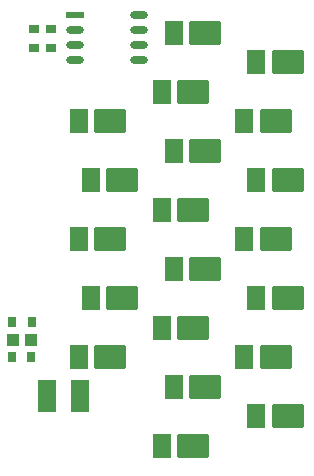
<source format=gtp>
G04 Layer_Color=8421504*
%FSLAX25Y25*%
%MOIN*%
G70*
G01*
G75*
G04:AMPARAMS|DCode=10|XSize=61.02mil|YSize=82.68mil|CornerRadius=7.63mil|HoleSize=0mil|Usage=FLASHONLY|Rotation=0.000|XOffset=0mil|YOffset=0mil|HoleType=Round|Shape=RoundedRectangle|*
%AMROUNDEDRECTD10*
21,1,0.06102,0.06742,0,0,0.0*
21,1,0.04577,0.08268,0,0,0.0*
1,1,0.01526,0.02288,-0.03371*
1,1,0.01526,-0.02288,-0.03371*
1,1,0.01526,-0.02288,0.03371*
1,1,0.01526,0.02288,0.03371*
%
%ADD10ROUNDEDRECTD10*%
G04:AMPARAMS|DCode=11|XSize=108.27mil|YSize=82.68mil|CornerRadius=10.34mil|HoleSize=0mil|Usage=FLASHONLY|Rotation=180.000|XOffset=0mil|YOffset=0mil|HoleType=Round|Shape=RoundedRectangle|*
%AMROUNDEDRECTD11*
21,1,0.10827,0.06201,0,0,180.0*
21,1,0.08760,0.08268,0,0,180.0*
1,1,0.02067,-0.04380,0.03100*
1,1,0.02067,0.04380,0.03100*
1,1,0.02067,0.04380,-0.03100*
1,1,0.02067,-0.04380,-0.03100*
%
%ADD11ROUNDEDRECTD11*%
%ADD12R,0.03937X0.03937*%
%ADD13R,0.06299X0.10630*%
%ADD14R,0.06000X0.02400*%
%ADD15O,0.06000X0.02400*%
%ADD16R,0.03543X0.02756*%
%ADD17R,0.02756X0.03543*%
D10*
X87949Y157560D02*
D03*
X84012Y137875D02*
D03*
X87949Y118190D02*
D03*
X84012Y98505D02*
D03*
X87949Y78820D02*
D03*
X84012Y59135D02*
D03*
X87949Y39450D02*
D03*
X28894Y59135D02*
D03*
Y98505D02*
D03*
Y137875D02*
D03*
X60390Y167403D02*
D03*
X56453Y147718D02*
D03*
X60390Y128033D02*
D03*
X56453Y108348D02*
D03*
X60390Y88663D02*
D03*
X56453Y68978D02*
D03*
X60390Y49293D02*
D03*
X56453Y29608D02*
D03*
X32831Y78820D02*
D03*
Y118190D02*
D03*
D11*
X98382Y157560D02*
D03*
X94445Y137875D02*
D03*
X98382Y118190D02*
D03*
X94445Y98505D02*
D03*
X98382Y78820D02*
D03*
X94445Y59135D02*
D03*
X98382Y39450D02*
D03*
X39327Y59135D02*
D03*
Y98505D02*
D03*
Y137875D02*
D03*
X70823Y167403D02*
D03*
X66886Y147718D02*
D03*
X70823Y128033D02*
D03*
X66886Y108348D02*
D03*
X70823Y88663D02*
D03*
X66886Y68978D02*
D03*
X70823Y49293D02*
D03*
X66886Y29608D02*
D03*
X43264Y78820D02*
D03*
Y118190D02*
D03*
D12*
X12705Y64961D02*
D03*
X6980D02*
D03*
D13*
X29134Y46260D02*
D03*
X18110D02*
D03*
D14*
X27417Y173309D02*
D03*
D15*
Y168308D02*
D03*
Y163309D02*
D03*
Y158308D02*
D03*
X48917Y173309D02*
D03*
Y168308D02*
D03*
Y163309D02*
D03*
Y158308D02*
D03*
D16*
X13780Y162098D02*
D03*
Y168610D02*
D03*
X19685Y162098D02*
D03*
Y168610D02*
D03*
D17*
X6587Y70866D02*
D03*
X13098D02*
D03*
X6445Y59135D02*
D03*
X12957D02*
D03*
M02*

</source>
